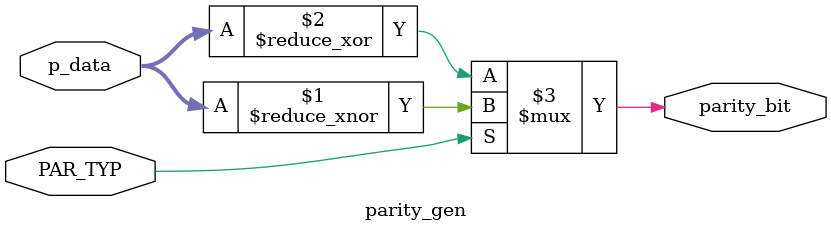
<source format=v>
module parity_gen #(parameter data_width = 8)(
input wire [data_width-1 :0] p_data,
input wire PAR_TYP,
output wire parity_bit
);

assign parity_bit = (PAR_TYP) ? ~^p_data : ^p_data;
endmodule
</source>
